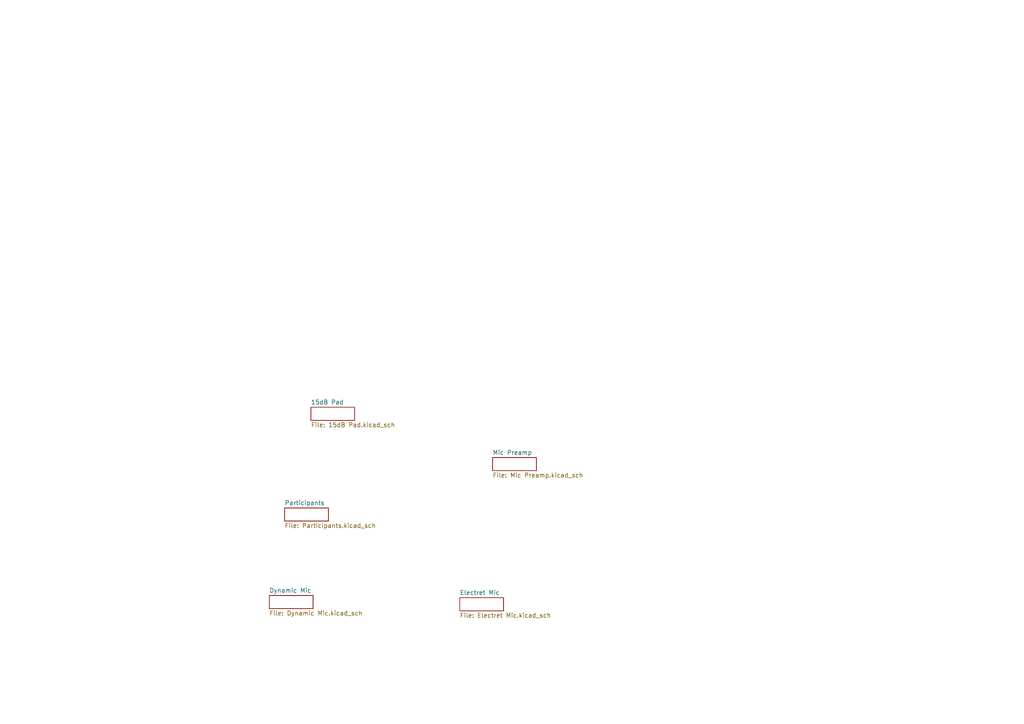
<source format=kicad_sch>
(kicad_sch (version 20211123) (generator eeschema)
  (paper "A4")
  (lib_symbols)
  (sheet (at 133.35 173.355) (size 12.7 3.81) (stroke (width 0.1524))
    (property "Sheet name" "Electret Mic" (at 133.35 172.6434 0) (effects (justify left bottom)))
    (property "Sheet file" "Electret Mic.kicad_sch" (at 133.35 177.7496 0) (effects (justify left top)))
  )
  (sheet (at 90.17 118.11) (size 12.7 3.81) (stroke (width 0.1524))
    (property "Sheet name" "15dB Pad" (at 90.17 117.3984 0) (effects (justify left bottom)))
    (property "Sheet file" "15dB Pad.kicad_sch" (at 90.17 122.5046 0) (effects (justify left top)))
  )
  (sheet (at 82.55 147.32) (size 12.7 3.81) (stroke (width 0.1524))
    (property "Sheet name" "Participants" (at 82.55 146.6084 0) (effects (justify left bottom)))
    (property "Sheet file" "Participants.kicad_sch" (at 82.55 151.7146 0) (effects (justify left top)))
  )
  (sheet (at 142.875 132.715) (size 12.7 3.81) (stroke (width 0.1524))
    (property "Sheet name" "Mic Preamp" (at 142.875 132.0034 0) (effects (justify left bottom)))
    (property "Sheet file" "Mic Preamp.kicad_sch" (at 142.875 137.1096 0) (effects (justify left top)))
  )
  (sheet (at 78.105 172.72) (size 12.7 3.81) (stroke (width 0.1524))
    (property "Sheet name" "Dynamic Mic" (at 78.105 172.0084 0) (effects (justify left bottom)))
    (property "Sheet file" "Dynamic Mic.kicad_sch" (at 78.105 177.1146 0) (effects (justify left top)))
  )
)
</source>
